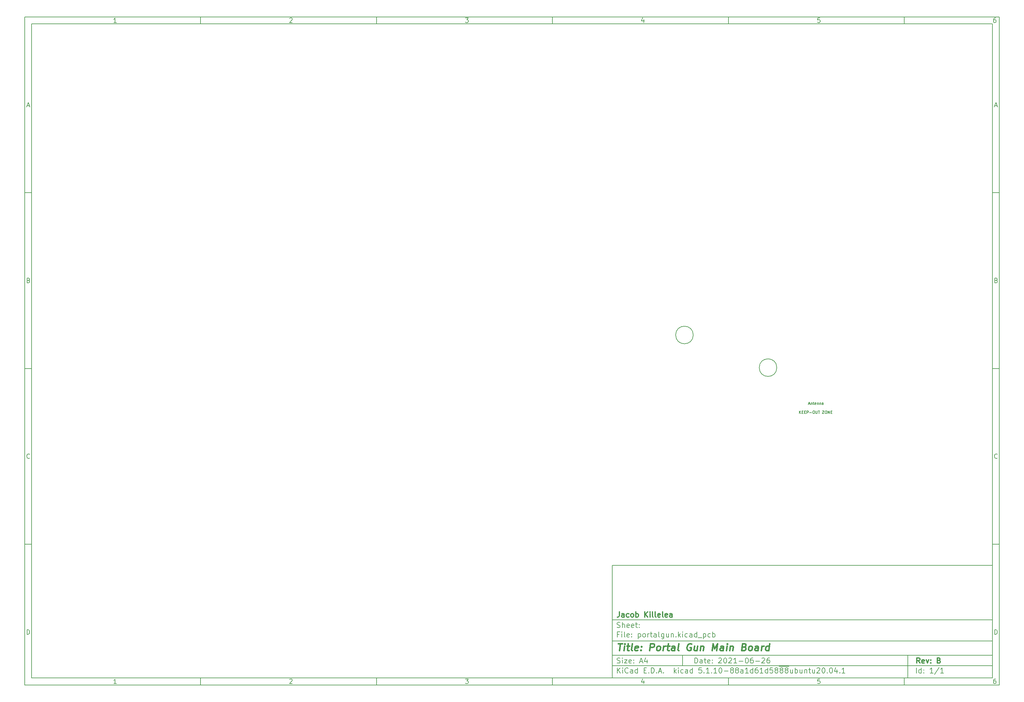
<source format=gbr>
%TF.GenerationSoftware,KiCad,Pcbnew,5.1.10-88a1d61d58~88~ubuntu20.04.1*%
%TF.CreationDate,2021-06-26T15:26:23-05:00*%
%TF.ProjectId,portalgun,706f7274-616c-4677-956e-2e6b69636164,B*%
%TF.SameCoordinates,Original*%
%TF.FileFunction,Other,Comment*%
%FSLAX46Y46*%
G04 Gerber Fmt 4.6, Leading zero omitted, Abs format (unit mm)*
G04 Created by KiCad (PCBNEW 5.1.10-88a1d61d58~88~ubuntu20.04.1) date 2021-06-26 15:26:23*
%MOMM*%
%LPD*%
G01*
G04 APERTURE LIST*
%ADD10C,0.100000*%
%ADD11C,0.150000*%
%ADD12C,0.300000*%
%ADD13C,0.400000*%
%ADD14C,0.127000*%
G04 APERTURE END LIST*
D10*
D11*
X177002200Y-166007200D02*
X177002200Y-198007200D01*
X285002200Y-198007200D01*
X285002200Y-166007200D01*
X177002200Y-166007200D01*
D10*
D11*
X10000000Y-10000000D02*
X10000000Y-200007200D01*
X287002200Y-200007200D01*
X287002200Y-10000000D01*
X10000000Y-10000000D01*
D10*
D11*
X12000000Y-12000000D02*
X12000000Y-198007200D01*
X285002200Y-198007200D01*
X285002200Y-12000000D01*
X12000000Y-12000000D01*
D10*
D11*
X60000000Y-12000000D02*
X60000000Y-10000000D01*
D10*
D11*
X110000000Y-12000000D02*
X110000000Y-10000000D01*
D10*
D11*
X160000000Y-12000000D02*
X160000000Y-10000000D01*
D10*
D11*
X210000000Y-12000000D02*
X210000000Y-10000000D01*
D10*
D11*
X260000000Y-12000000D02*
X260000000Y-10000000D01*
D10*
D11*
X36065476Y-11588095D02*
X35322619Y-11588095D01*
X35694047Y-11588095D02*
X35694047Y-10288095D01*
X35570238Y-10473809D01*
X35446428Y-10597619D01*
X35322619Y-10659523D01*
D10*
D11*
X85322619Y-10411904D02*
X85384523Y-10350000D01*
X85508333Y-10288095D01*
X85817857Y-10288095D01*
X85941666Y-10350000D01*
X86003571Y-10411904D01*
X86065476Y-10535714D01*
X86065476Y-10659523D01*
X86003571Y-10845238D01*
X85260714Y-11588095D01*
X86065476Y-11588095D01*
D10*
D11*
X135260714Y-10288095D02*
X136065476Y-10288095D01*
X135632142Y-10783333D01*
X135817857Y-10783333D01*
X135941666Y-10845238D01*
X136003571Y-10907142D01*
X136065476Y-11030952D01*
X136065476Y-11340476D01*
X136003571Y-11464285D01*
X135941666Y-11526190D01*
X135817857Y-11588095D01*
X135446428Y-11588095D01*
X135322619Y-11526190D01*
X135260714Y-11464285D01*
D10*
D11*
X185941666Y-10721428D02*
X185941666Y-11588095D01*
X185632142Y-10226190D02*
X185322619Y-11154761D01*
X186127380Y-11154761D01*
D10*
D11*
X236003571Y-10288095D02*
X235384523Y-10288095D01*
X235322619Y-10907142D01*
X235384523Y-10845238D01*
X235508333Y-10783333D01*
X235817857Y-10783333D01*
X235941666Y-10845238D01*
X236003571Y-10907142D01*
X236065476Y-11030952D01*
X236065476Y-11340476D01*
X236003571Y-11464285D01*
X235941666Y-11526190D01*
X235817857Y-11588095D01*
X235508333Y-11588095D01*
X235384523Y-11526190D01*
X235322619Y-11464285D01*
D10*
D11*
X285941666Y-10288095D02*
X285694047Y-10288095D01*
X285570238Y-10350000D01*
X285508333Y-10411904D01*
X285384523Y-10597619D01*
X285322619Y-10845238D01*
X285322619Y-11340476D01*
X285384523Y-11464285D01*
X285446428Y-11526190D01*
X285570238Y-11588095D01*
X285817857Y-11588095D01*
X285941666Y-11526190D01*
X286003571Y-11464285D01*
X286065476Y-11340476D01*
X286065476Y-11030952D01*
X286003571Y-10907142D01*
X285941666Y-10845238D01*
X285817857Y-10783333D01*
X285570238Y-10783333D01*
X285446428Y-10845238D01*
X285384523Y-10907142D01*
X285322619Y-11030952D01*
D10*
D11*
X60000000Y-198007200D02*
X60000000Y-200007200D01*
D10*
D11*
X110000000Y-198007200D02*
X110000000Y-200007200D01*
D10*
D11*
X160000000Y-198007200D02*
X160000000Y-200007200D01*
D10*
D11*
X210000000Y-198007200D02*
X210000000Y-200007200D01*
D10*
D11*
X260000000Y-198007200D02*
X260000000Y-200007200D01*
D10*
D11*
X36065476Y-199595295D02*
X35322619Y-199595295D01*
X35694047Y-199595295D02*
X35694047Y-198295295D01*
X35570238Y-198481009D01*
X35446428Y-198604819D01*
X35322619Y-198666723D01*
D10*
D11*
X85322619Y-198419104D02*
X85384523Y-198357200D01*
X85508333Y-198295295D01*
X85817857Y-198295295D01*
X85941666Y-198357200D01*
X86003571Y-198419104D01*
X86065476Y-198542914D01*
X86065476Y-198666723D01*
X86003571Y-198852438D01*
X85260714Y-199595295D01*
X86065476Y-199595295D01*
D10*
D11*
X135260714Y-198295295D02*
X136065476Y-198295295D01*
X135632142Y-198790533D01*
X135817857Y-198790533D01*
X135941666Y-198852438D01*
X136003571Y-198914342D01*
X136065476Y-199038152D01*
X136065476Y-199347676D01*
X136003571Y-199471485D01*
X135941666Y-199533390D01*
X135817857Y-199595295D01*
X135446428Y-199595295D01*
X135322619Y-199533390D01*
X135260714Y-199471485D01*
D10*
D11*
X185941666Y-198728628D02*
X185941666Y-199595295D01*
X185632142Y-198233390D02*
X185322619Y-199161961D01*
X186127380Y-199161961D01*
D10*
D11*
X236003571Y-198295295D02*
X235384523Y-198295295D01*
X235322619Y-198914342D01*
X235384523Y-198852438D01*
X235508333Y-198790533D01*
X235817857Y-198790533D01*
X235941666Y-198852438D01*
X236003571Y-198914342D01*
X236065476Y-199038152D01*
X236065476Y-199347676D01*
X236003571Y-199471485D01*
X235941666Y-199533390D01*
X235817857Y-199595295D01*
X235508333Y-199595295D01*
X235384523Y-199533390D01*
X235322619Y-199471485D01*
D10*
D11*
X285941666Y-198295295D02*
X285694047Y-198295295D01*
X285570238Y-198357200D01*
X285508333Y-198419104D01*
X285384523Y-198604819D01*
X285322619Y-198852438D01*
X285322619Y-199347676D01*
X285384523Y-199471485D01*
X285446428Y-199533390D01*
X285570238Y-199595295D01*
X285817857Y-199595295D01*
X285941666Y-199533390D01*
X286003571Y-199471485D01*
X286065476Y-199347676D01*
X286065476Y-199038152D01*
X286003571Y-198914342D01*
X285941666Y-198852438D01*
X285817857Y-198790533D01*
X285570238Y-198790533D01*
X285446428Y-198852438D01*
X285384523Y-198914342D01*
X285322619Y-199038152D01*
D10*
D11*
X10000000Y-60000000D02*
X12000000Y-60000000D01*
D10*
D11*
X10000000Y-110000000D02*
X12000000Y-110000000D01*
D10*
D11*
X10000000Y-160000000D02*
X12000000Y-160000000D01*
D10*
D11*
X10690476Y-35216666D02*
X11309523Y-35216666D01*
X10566666Y-35588095D02*
X11000000Y-34288095D01*
X11433333Y-35588095D01*
D10*
D11*
X11092857Y-84907142D02*
X11278571Y-84969047D01*
X11340476Y-85030952D01*
X11402380Y-85154761D01*
X11402380Y-85340476D01*
X11340476Y-85464285D01*
X11278571Y-85526190D01*
X11154761Y-85588095D01*
X10659523Y-85588095D01*
X10659523Y-84288095D01*
X11092857Y-84288095D01*
X11216666Y-84350000D01*
X11278571Y-84411904D01*
X11340476Y-84535714D01*
X11340476Y-84659523D01*
X11278571Y-84783333D01*
X11216666Y-84845238D01*
X11092857Y-84907142D01*
X10659523Y-84907142D01*
D10*
D11*
X11402380Y-135464285D02*
X11340476Y-135526190D01*
X11154761Y-135588095D01*
X11030952Y-135588095D01*
X10845238Y-135526190D01*
X10721428Y-135402380D01*
X10659523Y-135278571D01*
X10597619Y-135030952D01*
X10597619Y-134845238D01*
X10659523Y-134597619D01*
X10721428Y-134473809D01*
X10845238Y-134350000D01*
X11030952Y-134288095D01*
X11154761Y-134288095D01*
X11340476Y-134350000D01*
X11402380Y-134411904D01*
D10*
D11*
X10659523Y-185588095D02*
X10659523Y-184288095D01*
X10969047Y-184288095D01*
X11154761Y-184350000D01*
X11278571Y-184473809D01*
X11340476Y-184597619D01*
X11402380Y-184845238D01*
X11402380Y-185030952D01*
X11340476Y-185278571D01*
X11278571Y-185402380D01*
X11154761Y-185526190D01*
X10969047Y-185588095D01*
X10659523Y-185588095D01*
D10*
D11*
X287002200Y-60000000D02*
X285002200Y-60000000D01*
D10*
D11*
X287002200Y-110000000D02*
X285002200Y-110000000D01*
D10*
D11*
X287002200Y-160000000D02*
X285002200Y-160000000D01*
D10*
D11*
X285692676Y-35216666D02*
X286311723Y-35216666D01*
X285568866Y-35588095D02*
X286002200Y-34288095D01*
X286435533Y-35588095D01*
D10*
D11*
X286095057Y-84907142D02*
X286280771Y-84969047D01*
X286342676Y-85030952D01*
X286404580Y-85154761D01*
X286404580Y-85340476D01*
X286342676Y-85464285D01*
X286280771Y-85526190D01*
X286156961Y-85588095D01*
X285661723Y-85588095D01*
X285661723Y-84288095D01*
X286095057Y-84288095D01*
X286218866Y-84350000D01*
X286280771Y-84411904D01*
X286342676Y-84535714D01*
X286342676Y-84659523D01*
X286280771Y-84783333D01*
X286218866Y-84845238D01*
X286095057Y-84907142D01*
X285661723Y-84907142D01*
D10*
D11*
X286404580Y-135464285D02*
X286342676Y-135526190D01*
X286156961Y-135588095D01*
X286033152Y-135588095D01*
X285847438Y-135526190D01*
X285723628Y-135402380D01*
X285661723Y-135278571D01*
X285599819Y-135030952D01*
X285599819Y-134845238D01*
X285661723Y-134597619D01*
X285723628Y-134473809D01*
X285847438Y-134350000D01*
X286033152Y-134288095D01*
X286156961Y-134288095D01*
X286342676Y-134350000D01*
X286404580Y-134411904D01*
D10*
D11*
X285661723Y-185588095D02*
X285661723Y-184288095D01*
X285971247Y-184288095D01*
X286156961Y-184350000D01*
X286280771Y-184473809D01*
X286342676Y-184597619D01*
X286404580Y-184845238D01*
X286404580Y-185030952D01*
X286342676Y-185278571D01*
X286280771Y-185402380D01*
X286156961Y-185526190D01*
X285971247Y-185588095D01*
X285661723Y-185588095D01*
D10*
D11*
X200434342Y-193785771D02*
X200434342Y-192285771D01*
X200791485Y-192285771D01*
X201005771Y-192357200D01*
X201148628Y-192500057D01*
X201220057Y-192642914D01*
X201291485Y-192928628D01*
X201291485Y-193142914D01*
X201220057Y-193428628D01*
X201148628Y-193571485D01*
X201005771Y-193714342D01*
X200791485Y-193785771D01*
X200434342Y-193785771D01*
X202577200Y-193785771D02*
X202577200Y-193000057D01*
X202505771Y-192857200D01*
X202362914Y-192785771D01*
X202077200Y-192785771D01*
X201934342Y-192857200D01*
X202577200Y-193714342D02*
X202434342Y-193785771D01*
X202077200Y-193785771D01*
X201934342Y-193714342D01*
X201862914Y-193571485D01*
X201862914Y-193428628D01*
X201934342Y-193285771D01*
X202077200Y-193214342D01*
X202434342Y-193214342D01*
X202577200Y-193142914D01*
X203077200Y-192785771D02*
X203648628Y-192785771D01*
X203291485Y-192285771D02*
X203291485Y-193571485D01*
X203362914Y-193714342D01*
X203505771Y-193785771D01*
X203648628Y-193785771D01*
X204720057Y-193714342D02*
X204577200Y-193785771D01*
X204291485Y-193785771D01*
X204148628Y-193714342D01*
X204077200Y-193571485D01*
X204077200Y-193000057D01*
X204148628Y-192857200D01*
X204291485Y-192785771D01*
X204577200Y-192785771D01*
X204720057Y-192857200D01*
X204791485Y-193000057D01*
X204791485Y-193142914D01*
X204077200Y-193285771D01*
X205434342Y-193642914D02*
X205505771Y-193714342D01*
X205434342Y-193785771D01*
X205362914Y-193714342D01*
X205434342Y-193642914D01*
X205434342Y-193785771D01*
X205434342Y-192857200D02*
X205505771Y-192928628D01*
X205434342Y-193000057D01*
X205362914Y-192928628D01*
X205434342Y-192857200D01*
X205434342Y-193000057D01*
X207220057Y-192428628D02*
X207291485Y-192357200D01*
X207434342Y-192285771D01*
X207791485Y-192285771D01*
X207934342Y-192357200D01*
X208005771Y-192428628D01*
X208077200Y-192571485D01*
X208077200Y-192714342D01*
X208005771Y-192928628D01*
X207148628Y-193785771D01*
X208077200Y-193785771D01*
X209005771Y-192285771D02*
X209148628Y-192285771D01*
X209291485Y-192357200D01*
X209362914Y-192428628D01*
X209434342Y-192571485D01*
X209505771Y-192857200D01*
X209505771Y-193214342D01*
X209434342Y-193500057D01*
X209362914Y-193642914D01*
X209291485Y-193714342D01*
X209148628Y-193785771D01*
X209005771Y-193785771D01*
X208862914Y-193714342D01*
X208791485Y-193642914D01*
X208720057Y-193500057D01*
X208648628Y-193214342D01*
X208648628Y-192857200D01*
X208720057Y-192571485D01*
X208791485Y-192428628D01*
X208862914Y-192357200D01*
X209005771Y-192285771D01*
X210077200Y-192428628D02*
X210148628Y-192357200D01*
X210291485Y-192285771D01*
X210648628Y-192285771D01*
X210791485Y-192357200D01*
X210862914Y-192428628D01*
X210934342Y-192571485D01*
X210934342Y-192714342D01*
X210862914Y-192928628D01*
X210005771Y-193785771D01*
X210934342Y-193785771D01*
X212362914Y-193785771D02*
X211505771Y-193785771D01*
X211934342Y-193785771D02*
X211934342Y-192285771D01*
X211791485Y-192500057D01*
X211648628Y-192642914D01*
X211505771Y-192714342D01*
X213005771Y-193214342D02*
X214148628Y-193214342D01*
X215148628Y-192285771D02*
X215291485Y-192285771D01*
X215434342Y-192357200D01*
X215505771Y-192428628D01*
X215577200Y-192571485D01*
X215648628Y-192857200D01*
X215648628Y-193214342D01*
X215577200Y-193500057D01*
X215505771Y-193642914D01*
X215434342Y-193714342D01*
X215291485Y-193785771D01*
X215148628Y-193785771D01*
X215005771Y-193714342D01*
X214934342Y-193642914D01*
X214862914Y-193500057D01*
X214791485Y-193214342D01*
X214791485Y-192857200D01*
X214862914Y-192571485D01*
X214934342Y-192428628D01*
X215005771Y-192357200D01*
X215148628Y-192285771D01*
X216934342Y-192285771D02*
X216648628Y-192285771D01*
X216505771Y-192357200D01*
X216434342Y-192428628D01*
X216291485Y-192642914D01*
X216220057Y-192928628D01*
X216220057Y-193500057D01*
X216291485Y-193642914D01*
X216362914Y-193714342D01*
X216505771Y-193785771D01*
X216791485Y-193785771D01*
X216934342Y-193714342D01*
X217005771Y-193642914D01*
X217077200Y-193500057D01*
X217077200Y-193142914D01*
X217005771Y-193000057D01*
X216934342Y-192928628D01*
X216791485Y-192857200D01*
X216505771Y-192857200D01*
X216362914Y-192928628D01*
X216291485Y-193000057D01*
X216220057Y-193142914D01*
X217720057Y-193214342D02*
X218862914Y-193214342D01*
X219505771Y-192428628D02*
X219577200Y-192357200D01*
X219720057Y-192285771D01*
X220077200Y-192285771D01*
X220220057Y-192357200D01*
X220291485Y-192428628D01*
X220362914Y-192571485D01*
X220362914Y-192714342D01*
X220291485Y-192928628D01*
X219434342Y-193785771D01*
X220362914Y-193785771D01*
X221648628Y-192285771D02*
X221362914Y-192285771D01*
X221220057Y-192357200D01*
X221148628Y-192428628D01*
X221005771Y-192642914D01*
X220934342Y-192928628D01*
X220934342Y-193500057D01*
X221005771Y-193642914D01*
X221077200Y-193714342D01*
X221220057Y-193785771D01*
X221505771Y-193785771D01*
X221648628Y-193714342D01*
X221720057Y-193642914D01*
X221791485Y-193500057D01*
X221791485Y-193142914D01*
X221720057Y-193000057D01*
X221648628Y-192928628D01*
X221505771Y-192857200D01*
X221220057Y-192857200D01*
X221077200Y-192928628D01*
X221005771Y-193000057D01*
X220934342Y-193142914D01*
D10*
D11*
X177002200Y-194507200D02*
X285002200Y-194507200D01*
D10*
D11*
X178434342Y-196585771D02*
X178434342Y-195085771D01*
X179291485Y-196585771D02*
X178648628Y-195728628D01*
X179291485Y-195085771D02*
X178434342Y-195942914D01*
X179934342Y-196585771D02*
X179934342Y-195585771D01*
X179934342Y-195085771D02*
X179862914Y-195157200D01*
X179934342Y-195228628D01*
X180005771Y-195157200D01*
X179934342Y-195085771D01*
X179934342Y-195228628D01*
X181505771Y-196442914D02*
X181434342Y-196514342D01*
X181220057Y-196585771D01*
X181077200Y-196585771D01*
X180862914Y-196514342D01*
X180720057Y-196371485D01*
X180648628Y-196228628D01*
X180577200Y-195942914D01*
X180577200Y-195728628D01*
X180648628Y-195442914D01*
X180720057Y-195300057D01*
X180862914Y-195157200D01*
X181077200Y-195085771D01*
X181220057Y-195085771D01*
X181434342Y-195157200D01*
X181505771Y-195228628D01*
X182791485Y-196585771D02*
X182791485Y-195800057D01*
X182720057Y-195657200D01*
X182577200Y-195585771D01*
X182291485Y-195585771D01*
X182148628Y-195657200D01*
X182791485Y-196514342D02*
X182648628Y-196585771D01*
X182291485Y-196585771D01*
X182148628Y-196514342D01*
X182077200Y-196371485D01*
X182077200Y-196228628D01*
X182148628Y-196085771D01*
X182291485Y-196014342D01*
X182648628Y-196014342D01*
X182791485Y-195942914D01*
X184148628Y-196585771D02*
X184148628Y-195085771D01*
X184148628Y-196514342D02*
X184005771Y-196585771D01*
X183720057Y-196585771D01*
X183577200Y-196514342D01*
X183505771Y-196442914D01*
X183434342Y-196300057D01*
X183434342Y-195871485D01*
X183505771Y-195728628D01*
X183577200Y-195657200D01*
X183720057Y-195585771D01*
X184005771Y-195585771D01*
X184148628Y-195657200D01*
X186005771Y-195800057D02*
X186505771Y-195800057D01*
X186720057Y-196585771D02*
X186005771Y-196585771D01*
X186005771Y-195085771D01*
X186720057Y-195085771D01*
X187362914Y-196442914D02*
X187434342Y-196514342D01*
X187362914Y-196585771D01*
X187291485Y-196514342D01*
X187362914Y-196442914D01*
X187362914Y-196585771D01*
X188077200Y-196585771D02*
X188077200Y-195085771D01*
X188434342Y-195085771D01*
X188648628Y-195157200D01*
X188791485Y-195300057D01*
X188862914Y-195442914D01*
X188934342Y-195728628D01*
X188934342Y-195942914D01*
X188862914Y-196228628D01*
X188791485Y-196371485D01*
X188648628Y-196514342D01*
X188434342Y-196585771D01*
X188077200Y-196585771D01*
X189577200Y-196442914D02*
X189648628Y-196514342D01*
X189577200Y-196585771D01*
X189505771Y-196514342D01*
X189577200Y-196442914D01*
X189577200Y-196585771D01*
X190220057Y-196157200D02*
X190934342Y-196157200D01*
X190077200Y-196585771D02*
X190577200Y-195085771D01*
X191077200Y-196585771D01*
X191577200Y-196442914D02*
X191648628Y-196514342D01*
X191577200Y-196585771D01*
X191505771Y-196514342D01*
X191577200Y-196442914D01*
X191577200Y-196585771D01*
X194577200Y-196585771D02*
X194577200Y-195085771D01*
X194720057Y-196014342D02*
X195148628Y-196585771D01*
X195148628Y-195585771D02*
X194577200Y-196157200D01*
X195791485Y-196585771D02*
X195791485Y-195585771D01*
X195791485Y-195085771D02*
X195720057Y-195157200D01*
X195791485Y-195228628D01*
X195862914Y-195157200D01*
X195791485Y-195085771D01*
X195791485Y-195228628D01*
X197148628Y-196514342D02*
X197005771Y-196585771D01*
X196720057Y-196585771D01*
X196577200Y-196514342D01*
X196505771Y-196442914D01*
X196434342Y-196300057D01*
X196434342Y-195871485D01*
X196505771Y-195728628D01*
X196577200Y-195657200D01*
X196720057Y-195585771D01*
X197005771Y-195585771D01*
X197148628Y-195657200D01*
X198434342Y-196585771D02*
X198434342Y-195800057D01*
X198362914Y-195657200D01*
X198220057Y-195585771D01*
X197934342Y-195585771D01*
X197791485Y-195657200D01*
X198434342Y-196514342D02*
X198291485Y-196585771D01*
X197934342Y-196585771D01*
X197791485Y-196514342D01*
X197720057Y-196371485D01*
X197720057Y-196228628D01*
X197791485Y-196085771D01*
X197934342Y-196014342D01*
X198291485Y-196014342D01*
X198434342Y-195942914D01*
X199791485Y-196585771D02*
X199791485Y-195085771D01*
X199791485Y-196514342D02*
X199648628Y-196585771D01*
X199362914Y-196585771D01*
X199220057Y-196514342D01*
X199148628Y-196442914D01*
X199077200Y-196300057D01*
X199077200Y-195871485D01*
X199148628Y-195728628D01*
X199220057Y-195657200D01*
X199362914Y-195585771D01*
X199648628Y-195585771D01*
X199791485Y-195657200D01*
X202362914Y-195085771D02*
X201648628Y-195085771D01*
X201577200Y-195800057D01*
X201648628Y-195728628D01*
X201791485Y-195657200D01*
X202148628Y-195657200D01*
X202291485Y-195728628D01*
X202362914Y-195800057D01*
X202434342Y-195942914D01*
X202434342Y-196300057D01*
X202362914Y-196442914D01*
X202291485Y-196514342D01*
X202148628Y-196585771D01*
X201791485Y-196585771D01*
X201648628Y-196514342D01*
X201577200Y-196442914D01*
X203077200Y-196442914D02*
X203148628Y-196514342D01*
X203077200Y-196585771D01*
X203005771Y-196514342D01*
X203077200Y-196442914D01*
X203077200Y-196585771D01*
X204577200Y-196585771D02*
X203720057Y-196585771D01*
X204148628Y-196585771D02*
X204148628Y-195085771D01*
X204005771Y-195300057D01*
X203862914Y-195442914D01*
X203720057Y-195514342D01*
X205220057Y-196442914D02*
X205291485Y-196514342D01*
X205220057Y-196585771D01*
X205148628Y-196514342D01*
X205220057Y-196442914D01*
X205220057Y-196585771D01*
X206720057Y-196585771D02*
X205862914Y-196585771D01*
X206291485Y-196585771D02*
X206291485Y-195085771D01*
X206148628Y-195300057D01*
X206005771Y-195442914D01*
X205862914Y-195514342D01*
X207648628Y-195085771D02*
X207791485Y-195085771D01*
X207934342Y-195157200D01*
X208005771Y-195228628D01*
X208077200Y-195371485D01*
X208148628Y-195657200D01*
X208148628Y-196014342D01*
X208077200Y-196300057D01*
X208005771Y-196442914D01*
X207934342Y-196514342D01*
X207791485Y-196585771D01*
X207648628Y-196585771D01*
X207505771Y-196514342D01*
X207434342Y-196442914D01*
X207362914Y-196300057D01*
X207291485Y-196014342D01*
X207291485Y-195657200D01*
X207362914Y-195371485D01*
X207434342Y-195228628D01*
X207505771Y-195157200D01*
X207648628Y-195085771D01*
X208791485Y-196014342D02*
X209934342Y-196014342D01*
X210862914Y-195728628D02*
X210720057Y-195657200D01*
X210648628Y-195585771D01*
X210577200Y-195442914D01*
X210577200Y-195371485D01*
X210648628Y-195228628D01*
X210720057Y-195157200D01*
X210862914Y-195085771D01*
X211148628Y-195085771D01*
X211291485Y-195157200D01*
X211362914Y-195228628D01*
X211434342Y-195371485D01*
X211434342Y-195442914D01*
X211362914Y-195585771D01*
X211291485Y-195657200D01*
X211148628Y-195728628D01*
X210862914Y-195728628D01*
X210720057Y-195800057D01*
X210648628Y-195871485D01*
X210577200Y-196014342D01*
X210577200Y-196300057D01*
X210648628Y-196442914D01*
X210720057Y-196514342D01*
X210862914Y-196585771D01*
X211148628Y-196585771D01*
X211291485Y-196514342D01*
X211362914Y-196442914D01*
X211434342Y-196300057D01*
X211434342Y-196014342D01*
X211362914Y-195871485D01*
X211291485Y-195800057D01*
X211148628Y-195728628D01*
X212291485Y-195728628D02*
X212148628Y-195657200D01*
X212077200Y-195585771D01*
X212005771Y-195442914D01*
X212005771Y-195371485D01*
X212077200Y-195228628D01*
X212148628Y-195157200D01*
X212291485Y-195085771D01*
X212577200Y-195085771D01*
X212720057Y-195157200D01*
X212791485Y-195228628D01*
X212862914Y-195371485D01*
X212862914Y-195442914D01*
X212791485Y-195585771D01*
X212720057Y-195657200D01*
X212577200Y-195728628D01*
X212291485Y-195728628D01*
X212148628Y-195800057D01*
X212077200Y-195871485D01*
X212005771Y-196014342D01*
X212005771Y-196300057D01*
X212077200Y-196442914D01*
X212148628Y-196514342D01*
X212291485Y-196585771D01*
X212577200Y-196585771D01*
X212720057Y-196514342D01*
X212791485Y-196442914D01*
X212862914Y-196300057D01*
X212862914Y-196014342D01*
X212791485Y-195871485D01*
X212720057Y-195800057D01*
X212577200Y-195728628D01*
X214148628Y-196585771D02*
X214148628Y-195800057D01*
X214077200Y-195657200D01*
X213934342Y-195585771D01*
X213648628Y-195585771D01*
X213505771Y-195657200D01*
X214148628Y-196514342D02*
X214005771Y-196585771D01*
X213648628Y-196585771D01*
X213505771Y-196514342D01*
X213434342Y-196371485D01*
X213434342Y-196228628D01*
X213505771Y-196085771D01*
X213648628Y-196014342D01*
X214005771Y-196014342D01*
X214148628Y-195942914D01*
X215648628Y-196585771D02*
X214791485Y-196585771D01*
X215220057Y-196585771D02*
X215220057Y-195085771D01*
X215077200Y-195300057D01*
X214934342Y-195442914D01*
X214791485Y-195514342D01*
X216934342Y-196585771D02*
X216934342Y-195085771D01*
X216934342Y-196514342D02*
X216791485Y-196585771D01*
X216505771Y-196585771D01*
X216362914Y-196514342D01*
X216291485Y-196442914D01*
X216220057Y-196300057D01*
X216220057Y-195871485D01*
X216291485Y-195728628D01*
X216362914Y-195657200D01*
X216505771Y-195585771D01*
X216791485Y-195585771D01*
X216934342Y-195657200D01*
X218291485Y-195085771D02*
X218005771Y-195085771D01*
X217862914Y-195157200D01*
X217791485Y-195228628D01*
X217648628Y-195442914D01*
X217577200Y-195728628D01*
X217577200Y-196300057D01*
X217648628Y-196442914D01*
X217720057Y-196514342D01*
X217862914Y-196585771D01*
X218148628Y-196585771D01*
X218291485Y-196514342D01*
X218362914Y-196442914D01*
X218434342Y-196300057D01*
X218434342Y-195942914D01*
X218362914Y-195800057D01*
X218291485Y-195728628D01*
X218148628Y-195657200D01*
X217862914Y-195657200D01*
X217720057Y-195728628D01*
X217648628Y-195800057D01*
X217577200Y-195942914D01*
X219862914Y-196585771D02*
X219005771Y-196585771D01*
X219434342Y-196585771D02*
X219434342Y-195085771D01*
X219291485Y-195300057D01*
X219148628Y-195442914D01*
X219005771Y-195514342D01*
X221148628Y-196585771D02*
X221148628Y-195085771D01*
X221148628Y-196514342D02*
X221005771Y-196585771D01*
X220720057Y-196585771D01*
X220577200Y-196514342D01*
X220505771Y-196442914D01*
X220434342Y-196300057D01*
X220434342Y-195871485D01*
X220505771Y-195728628D01*
X220577200Y-195657200D01*
X220720057Y-195585771D01*
X221005771Y-195585771D01*
X221148628Y-195657200D01*
X222577200Y-195085771D02*
X221862914Y-195085771D01*
X221791485Y-195800057D01*
X221862914Y-195728628D01*
X222005771Y-195657200D01*
X222362914Y-195657200D01*
X222505771Y-195728628D01*
X222577200Y-195800057D01*
X222648628Y-195942914D01*
X222648628Y-196300057D01*
X222577200Y-196442914D01*
X222505771Y-196514342D01*
X222362914Y-196585771D01*
X222005771Y-196585771D01*
X221862914Y-196514342D01*
X221791485Y-196442914D01*
X223505771Y-195728628D02*
X223362914Y-195657200D01*
X223291485Y-195585771D01*
X223220057Y-195442914D01*
X223220057Y-195371485D01*
X223291485Y-195228628D01*
X223362914Y-195157200D01*
X223505771Y-195085771D01*
X223791485Y-195085771D01*
X223934342Y-195157200D01*
X224005771Y-195228628D01*
X224077200Y-195371485D01*
X224077200Y-195442914D01*
X224005771Y-195585771D01*
X223934342Y-195657200D01*
X223791485Y-195728628D01*
X223505771Y-195728628D01*
X223362914Y-195800057D01*
X223291485Y-195871485D01*
X223220057Y-196014342D01*
X223220057Y-196300057D01*
X223291485Y-196442914D01*
X223362914Y-196514342D01*
X223505771Y-196585771D01*
X223791485Y-196585771D01*
X223934342Y-196514342D01*
X224005771Y-196442914D01*
X224077200Y-196300057D01*
X224077200Y-196014342D01*
X224005771Y-195871485D01*
X223934342Y-195800057D01*
X223791485Y-195728628D01*
X224362914Y-194677200D02*
X225791485Y-194677200D01*
X224934342Y-195728628D02*
X224791485Y-195657200D01*
X224720057Y-195585771D01*
X224648628Y-195442914D01*
X224648628Y-195371485D01*
X224720057Y-195228628D01*
X224791485Y-195157200D01*
X224934342Y-195085771D01*
X225220057Y-195085771D01*
X225362914Y-195157200D01*
X225434342Y-195228628D01*
X225505771Y-195371485D01*
X225505771Y-195442914D01*
X225434342Y-195585771D01*
X225362914Y-195657200D01*
X225220057Y-195728628D01*
X224934342Y-195728628D01*
X224791485Y-195800057D01*
X224720057Y-195871485D01*
X224648628Y-196014342D01*
X224648628Y-196300057D01*
X224720057Y-196442914D01*
X224791485Y-196514342D01*
X224934342Y-196585771D01*
X225220057Y-196585771D01*
X225362914Y-196514342D01*
X225434342Y-196442914D01*
X225505771Y-196300057D01*
X225505771Y-196014342D01*
X225434342Y-195871485D01*
X225362914Y-195800057D01*
X225220057Y-195728628D01*
X225791485Y-194677200D02*
X227220057Y-194677200D01*
X226362914Y-195728628D02*
X226220057Y-195657200D01*
X226148628Y-195585771D01*
X226077199Y-195442914D01*
X226077199Y-195371485D01*
X226148628Y-195228628D01*
X226220057Y-195157200D01*
X226362914Y-195085771D01*
X226648628Y-195085771D01*
X226791485Y-195157200D01*
X226862914Y-195228628D01*
X226934342Y-195371485D01*
X226934342Y-195442914D01*
X226862914Y-195585771D01*
X226791485Y-195657200D01*
X226648628Y-195728628D01*
X226362914Y-195728628D01*
X226220057Y-195800057D01*
X226148628Y-195871485D01*
X226077199Y-196014342D01*
X226077199Y-196300057D01*
X226148628Y-196442914D01*
X226220057Y-196514342D01*
X226362914Y-196585771D01*
X226648628Y-196585771D01*
X226791485Y-196514342D01*
X226862914Y-196442914D01*
X226934342Y-196300057D01*
X226934342Y-196014342D01*
X226862914Y-195871485D01*
X226791485Y-195800057D01*
X226648628Y-195728628D01*
X228220057Y-195585771D02*
X228220057Y-196585771D01*
X227577199Y-195585771D02*
X227577199Y-196371485D01*
X227648628Y-196514342D01*
X227791485Y-196585771D01*
X228005771Y-196585771D01*
X228148628Y-196514342D01*
X228220057Y-196442914D01*
X228934342Y-196585771D02*
X228934342Y-195085771D01*
X228934342Y-195657200D02*
X229077199Y-195585771D01*
X229362914Y-195585771D01*
X229505771Y-195657200D01*
X229577199Y-195728628D01*
X229648628Y-195871485D01*
X229648628Y-196300057D01*
X229577199Y-196442914D01*
X229505771Y-196514342D01*
X229362914Y-196585771D01*
X229077199Y-196585771D01*
X228934342Y-196514342D01*
X230934342Y-195585771D02*
X230934342Y-196585771D01*
X230291485Y-195585771D02*
X230291485Y-196371485D01*
X230362914Y-196514342D01*
X230505771Y-196585771D01*
X230720057Y-196585771D01*
X230862914Y-196514342D01*
X230934342Y-196442914D01*
X231648628Y-195585771D02*
X231648628Y-196585771D01*
X231648628Y-195728628D02*
X231720057Y-195657200D01*
X231862914Y-195585771D01*
X232077199Y-195585771D01*
X232220057Y-195657200D01*
X232291485Y-195800057D01*
X232291485Y-196585771D01*
X232791485Y-195585771D02*
X233362914Y-195585771D01*
X233005771Y-195085771D02*
X233005771Y-196371485D01*
X233077199Y-196514342D01*
X233220057Y-196585771D01*
X233362914Y-196585771D01*
X234505771Y-195585771D02*
X234505771Y-196585771D01*
X233862914Y-195585771D02*
X233862914Y-196371485D01*
X233934342Y-196514342D01*
X234077200Y-196585771D01*
X234291485Y-196585771D01*
X234434342Y-196514342D01*
X234505771Y-196442914D01*
X235148628Y-195228628D02*
X235220057Y-195157200D01*
X235362914Y-195085771D01*
X235720057Y-195085771D01*
X235862914Y-195157200D01*
X235934342Y-195228628D01*
X236005771Y-195371485D01*
X236005771Y-195514342D01*
X235934342Y-195728628D01*
X235077200Y-196585771D01*
X236005771Y-196585771D01*
X236934342Y-195085771D02*
X237077199Y-195085771D01*
X237220057Y-195157200D01*
X237291485Y-195228628D01*
X237362914Y-195371485D01*
X237434342Y-195657200D01*
X237434342Y-196014342D01*
X237362914Y-196300057D01*
X237291485Y-196442914D01*
X237220057Y-196514342D01*
X237077199Y-196585771D01*
X236934342Y-196585771D01*
X236791485Y-196514342D01*
X236720057Y-196442914D01*
X236648628Y-196300057D01*
X236577199Y-196014342D01*
X236577199Y-195657200D01*
X236648628Y-195371485D01*
X236720057Y-195228628D01*
X236791485Y-195157200D01*
X236934342Y-195085771D01*
X238077199Y-196442914D02*
X238148628Y-196514342D01*
X238077199Y-196585771D01*
X238005771Y-196514342D01*
X238077199Y-196442914D01*
X238077199Y-196585771D01*
X239077199Y-195085771D02*
X239220057Y-195085771D01*
X239362914Y-195157200D01*
X239434342Y-195228628D01*
X239505771Y-195371485D01*
X239577199Y-195657200D01*
X239577199Y-196014342D01*
X239505771Y-196300057D01*
X239434342Y-196442914D01*
X239362914Y-196514342D01*
X239220057Y-196585771D01*
X239077199Y-196585771D01*
X238934342Y-196514342D01*
X238862914Y-196442914D01*
X238791485Y-196300057D01*
X238720057Y-196014342D01*
X238720057Y-195657200D01*
X238791485Y-195371485D01*
X238862914Y-195228628D01*
X238934342Y-195157200D01*
X239077199Y-195085771D01*
X240862914Y-195585771D02*
X240862914Y-196585771D01*
X240505771Y-195014342D02*
X240148628Y-196085771D01*
X241077199Y-196085771D01*
X241648628Y-196442914D02*
X241720057Y-196514342D01*
X241648628Y-196585771D01*
X241577199Y-196514342D01*
X241648628Y-196442914D01*
X241648628Y-196585771D01*
X243148628Y-196585771D02*
X242291485Y-196585771D01*
X242720057Y-196585771D02*
X242720057Y-195085771D01*
X242577199Y-195300057D01*
X242434342Y-195442914D01*
X242291485Y-195514342D01*
D10*
D11*
X177002200Y-191507200D02*
X285002200Y-191507200D01*
D10*
D12*
X264411485Y-193785771D02*
X263911485Y-193071485D01*
X263554342Y-193785771D02*
X263554342Y-192285771D01*
X264125771Y-192285771D01*
X264268628Y-192357200D01*
X264340057Y-192428628D01*
X264411485Y-192571485D01*
X264411485Y-192785771D01*
X264340057Y-192928628D01*
X264268628Y-193000057D01*
X264125771Y-193071485D01*
X263554342Y-193071485D01*
X265625771Y-193714342D02*
X265482914Y-193785771D01*
X265197200Y-193785771D01*
X265054342Y-193714342D01*
X264982914Y-193571485D01*
X264982914Y-193000057D01*
X265054342Y-192857200D01*
X265197200Y-192785771D01*
X265482914Y-192785771D01*
X265625771Y-192857200D01*
X265697200Y-193000057D01*
X265697200Y-193142914D01*
X264982914Y-193285771D01*
X266197200Y-192785771D02*
X266554342Y-193785771D01*
X266911485Y-192785771D01*
X267482914Y-193642914D02*
X267554342Y-193714342D01*
X267482914Y-193785771D01*
X267411485Y-193714342D01*
X267482914Y-193642914D01*
X267482914Y-193785771D01*
X267482914Y-192857200D02*
X267554342Y-192928628D01*
X267482914Y-193000057D01*
X267411485Y-192928628D01*
X267482914Y-192857200D01*
X267482914Y-193000057D01*
X269840057Y-193000057D02*
X270054342Y-193071485D01*
X270125771Y-193142914D01*
X270197200Y-193285771D01*
X270197200Y-193500057D01*
X270125771Y-193642914D01*
X270054342Y-193714342D01*
X269911485Y-193785771D01*
X269340057Y-193785771D01*
X269340057Y-192285771D01*
X269840057Y-192285771D01*
X269982914Y-192357200D01*
X270054342Y-192428628D01*
X270125771Y-192571485D01*
X270125771Y-192714342D01*
X270054342Y-192857200D01*
X269982914Y-192928628D01*
X269840057Y-193000057D01*
X269340057Y-193000057D01*
D10*
D11*
X178362914Y-193714342D02*
X178577200Y-193785771D01*
X178934342Y-193785771D01*
X179077200Y-193714342D01*
X179148628Y-193642914D01*
X179220057Y-193500057D01*
X179220057Y-193357200D01*
X179148628Y-193214342D01*
X179077200Y-193142914D01*
X178934342Y-193071485D01*
X178648628Y-193000057D01*
X178505771Y-192928628D01*
X178434342Y-192857200D01*
X178362914Y-192714342D01*
X178362914Y-192571485D01*
X178434342Y-192428628D01*
X178505771Y-192357200D01*
X178648628Y-192285771D01*
X179005771Y-192285771D01*
X179220057Y-192357200D01*
X179862914Y-193785771D02*
X179862914Y-192785771D01*
X179862914Y-192285771D02*
X179791485Y-192357200D01*
X179862914Y-192428628D01*
X179934342Y-192357200D01*
X179862914Y-192285771D01*
X179862914Y-192428628D01*
X180434342Y-192785771D02*
X181220057Y-192785771D01*
X180434342Y-193785771D01*
X181220057Y-193785771D01*
X182362914Y-193714342D02*
X182220057Y-193785771D01*
X181934342Y-193785771D01*
X181791485Y-193714342D01*
X181720057Y-193571485D01*
X181720057Y-193000057D01*
X181791485Y-192857200D01*
X181934342Y-192785771D01*
X182220057Y-192785771D01*
X182362914Y-192857200D01*
X182434342Y-193000057D01*
X182434342Y-193142914D01*
X181720057Y-193285771D01*
X183077200Y-193642914D02*
X183148628Y-193714342D01*
X183077200Y-193785771D01*
X183005771Y-193714342D01*
X183077200Y-193642914D01*
X183077200Y-193785771D01*
X183077200Y-192857200D02*
X183148628Y-192928628D01*
X183077200Y-193000057D01*
X183005771Y-192928628D01*
X183077200Y-192857200D01*
X183077200Y-193000057D01*
X184862914Y-193357200D02*
X185577200Y-193357200D01*
X184720057Y-193785771D02*
X185220057Y-192285771D01*
X185720057Y-193785771D01*
X186862914Y-192785771D02*
X186862914Y-193785771D01*
X186505771Y-192214342D02*
X186148628Y-193285771D01*
X187077200Y-193285771D01*
D10*
D11*
X263434342Y-196585771D02*
X263434342Y-195085771D01*
X264791485Y-196585771D02*
X264791485Y-195085771D01*
X264791485Y-196514342D02*
X264648628Y-196585771D01*
X264362914Y-196585771D01*
X264220057Y-196514342D01*
X264148628Y-196442914D01*
X264077200Y-196300057D01*
X264077200Y-195871485D01*
X264148628Y-195728628D01*
X264220057Y-195657200D01*
X264362914Y-195585771D01*
X264648628Y-195585771D01*
X264791485Y-195657200D01*
X265505771Y-196442914D02*
X265577200Y-196514342D01*
X265505771Y-196585771D01*
X265434342Y-196514342D01*
X265505771Y-196442914D01*
X265505771Y-196585771D01*
X265505771Y-195657200D02*
X265577200Y-195728628D01*
X265505771Y-195800057D01*
X265434342Y-195728628D01*
X265505771Y-195657200D01*
X265505771Y-195800057D01*
X268148628Y-196585771D02*
X267291485Y-196585771D01*
X267720057Y-196585771D02*
X267720057Y-195085771D01*
X267577200Y-195300057D01*
X267434342Y-195442914D01*
X267291485Y-195514342D01*
X269862914Y-195014342D02*
X268577200Y-196942914D01*
X271148628Y-196585771D02*
X270291485Y-196585771D01*
X270720057Y-196585771D02*
X270720057Y-195085771D01*
X270577200Y-195300057D01*
X270434342Y-195442914D01*
X270291485Y-195514342D01*
D10*
D11*
X177002200Y-187507200D02*
X285002200Y-187507200D01*
D10*
D13*
X178714580Y-188211961D02*
X179857438Y-188211961D01*
X179036009Y-190211961D02*
X179286009Y-188211961D01*
X180274104Y-190211961D02*
X180440771Y-188878628D01*
X180524104Y-188211961D02*
X180416961Y-188307200D01*
X180500295Y-188402438D01*
X180607438Y-188307200D01*
X180524104Y-188211961D01*
X180500295Y-188402438D01*
X181107438Y-188878628D02*
X181869342Y-188878628D01*
X181476485Y-188211961D02*
X181262200Y-189926247D01*
X181333628Y-190116723D01*
X181512200Y-190211961D01*
X181702676Y-190211961D01*
X182655057Y-190211961D02*
X182476485Y-190116723D01*
X182405057Y-189926247D01*
X182619342Y-188211961D01*
X184190771Y-190116723D02*
X183988390Y-190211961D01*
X183607438Y-190211961D01*
X183428866Y-190116723D01*
X183357438Y-189926247D01*
X183452676Y-189164342D01*
X183571723Y-188973866D01*
X183774104Y-188878628D01*
X184155057Y-188878628D01*
X184333628Y-188973866D01*
X184405057Y-189164342D01*
X184381247Y-189354819D01*
X183405057Y-189545295D01*
X185155057Y-190021485D02*
X185238390Y-190116723D01*
X185131247Y-190211961D01*
X185047914Y-190116723D01*
X185155057Y-190021485D01*
X185131247Y-190211961D01*
X185286009Y-188973866D02*
X185369342Y-189069104D01*
X185262200Y-189164342D01*
X185178866Y-189069104D01*
X185286009Y-188973866D01*
X185262200Y-189164342D01*
X187607438Y-190211961D02*
X187857438Y-188211961D01*
X188619342Y-188211961D01*
X188797914Y-188307200D01*
X188881247Y-188402438D01*
X188952676Y-188592914D01*
X188916961Y-188878628D01*
X188797914Y-189069104D01*
X188690771Y-189164342D01*
X188488390Y-189259580D01*
X187726485Y-189259580D01*
X189893152Y-190211961D02*
X189714580Y-190116723D01*
X189631247Y-190021485D01*
X189559819Y-189831009D01*
X189631247Y-189259580D01*
X189750295Y-189069104D01*
X189857438Y-188973866D01*
X190059819Y-188878628D01*
X190345533Y-188878628D01*
X190524104Y-188973866D01*
X190607438Y-189069104D01*
X190678866Y-189259580D01*
X190607438Y-189831009D01*
X190488390Y-190021485D01*
X190381247Y-190116723D01*
X190178866Y-190211961D01*
X189893152Y-190211961D01*
X191416961Y-190211961D02*
X191583628Y-188878628D01*
X191536009Y-189259580D02*
X191655057Y-189069104D01*
X191762200Y-188973866D01*
X191964580Y-188878628D01*
X192155057Y-188878628D01*
X192536009Y-188878628D02*
X193297914Y-188878628D01*
X192905057Y-188211961D02*
X192690771Y-189926247D01*
X192762200Y-190116723D01*
X192940771Y-190211961D01*
X193131247Y-190211961D01*
X194655057Y-190211961D02*
X194786009Y-189164342D01*
X194714580Y-188973866D01*
X194536009Y-188878628D01*
X194155057Y-188878628D01*
X193952676Y-188973866D01*
X194666961Y-190116723D02*
X194464580Y-190211961D01*
X193988390Y-190211961D01*
X193809819Y-190116723D01*
X193738390Y-189926247D01*
X193762200Y-189735771D01*
X193881247Y-189545295D01*
X194083628Y-189450057D01*
X194559819Y-189450057D01*
X194762200Y-189354819D01*
X195893152Y-190211961D02*
X195714580Y-190116723D01*
X195643152Y-189926247D01*
X195857438Y-188211961D01*
X199464580Y-188307200D02*
X199286009Y-188211961D01*
X199000295Y-188211961D01*
X198702676Y-188307200D01*
X198488390Y-188497676D01*
X198369342Y-188688152D01*
X198226485Y-189069104D01*
X198190771Y-189354819D01*
X198238390Y-189735771D01*
X198309819Y-189926247D01*
X198476485Y-190116723D01*
X198750295Y-190211961D01*
X198940771Y-190211961D01*
X199238390Y-190116723D01*
X199345533Y-190021485D01*
X199428866Y-189354819D01*
X199047914Y-189354819D01*
X201202676Y-188878628D02*
X201036009Y-190211961D01*
X200345533Y-188878628D02*
X200214580Y-189926247D01*
X200286009Y-190116723D01*
X200464580Y-190211961D01*
X200750295Y-190211961D01*
X200952676Y-190116723D01*
X201059819Y-190021485D01*
X202155057Y-188878628D02*
X201988390Y-190211961D01*
X202131247Y-189069104D02*
X202238390Y-188973866D01*
X202440771Y-188878628D01*
X202726485Y-188878628D01*
X202905057Y-188973866D01*
X202976485Y-189164342D01*
X202845533Y-190211961D01*
X205321723Y-190211961D02*
X205571723Y-188211961D01*
X206059819Y-189640533D01*
X206905057Y-188211961D01*
X206655057Y-190211961D01*
X208464580Y-190211961D02*
X208595533Y-189164342D01*
X208524104Y-188973866D01*
X208345533Y-188878628D01*
X207964580Y-188878628D01*
X207762200Y-188973866D01*
X208476485Y-190116723D02*
X208274104Y-190211961D01*
X207797914Y-190211961D01*
X207619342Y-190116723D01*
X207547914Y-189926247D01*
X207571723Y-189735771D01*
X207690771Y-189545295D01*
X207893152Y-189450057D01*
X208369342Y-189450057D01*
X208571723Y-189354819D01*
X209416961Y-190211961D02*
X209583628Y-188878628D01*
X209666961Y-188211961D02*
X209559819Y-188307200D01*
X209643152Y-188402438D01*
X209750295Y-188307200D01*
X209666961Y-188211961D01*
X209643152Y-188402438D01*
X210536009Y-188878628D02*
X210369342Y-190211961D01*
X210512200Y-189069104D02*
X210619342Y-188973866D01*
X210821723Y-188878628D01*
X211107438Y-188878628D01*
X211286009Y-188973866D01*
X211357438Y-189164342D01*
X211226485Y-190211961D01*
X214500295Y-189164342D02*
X214774104Y-189259580D01*
X214857438Y-189354819D01*
X214928866Y-189545295D01*
X214893152Y-189831009D01*
X214774104Y-190021485D01*
X214666961Y-190116723D01*
X214464580Y-190211961D01*
X213702676Y-190211961D01*
X213952676Y-188211961D01*
X214619342Y-188211961D01*
X214797914Y-188307200D01*
X214881247Y-188402438D01*
X214952676Y-188592914D01*
X214928866Y-188783390D01*
X214809819Y-188973866D01*
X214702676Y-189069104D01*
X214500295Y-189164342D01*
X213833628Y-189164342D01*
X215988390Y-190211961D02*
X215809819Y-190116723D01*
X215726485Y-190021485D01*
X215655057Y-189831009D01*
X215726485Y-189259580D01*
X215845533Y-189069104D01*
X215952676Y-188973866D01*
X216155057Y-188878628D01*
X216440771Y-188878628D01*
X216619342Y-188973866D01*
X216702676Y-189069104D01*
X216774104Y-189259580D01*
X216702676Y-189831009D01*
X216583628Y-190021485D01*
X216476485Y-190116723D01*
X216274104Y-190211961D01*
X215988390Y-190211961D01*
X218369342Y-190211961D02*
X218500295Y-189164342D01*
X218428866Y-188973866D01*
X218250295Y-188878628D01*
X217869342Y-188878628D01*
X217666961Y-188973866D01*
X218381247Y-190116723D02*
X218178866Y-190211961D01*
X217702676Y-190211961D01*
X217524104Y-190116723D01*
X217452676Y-189926247D01*
X217476485Y-189735771D01*
X217595533Y-189545295D01*
X217797914Y-189450057D01*
X218274104Y-189450057D01*
X218476485Y-189354819D01*
X219321723Y-190211961D02*
X219488390Y-188878628D01*
X219440771Y-189259580D02*
X219559819Y-189069104D01*
X219666961Y-188973866D01*
X219869342Y-188878628D01*
X220059819Y-188878628D01*
X221416961Y-190211961D02*
X221666961Y-188211961D01*
X221428866Y-190116723D02*
X221226485Y-190211961D01*
X220845533Y-190211961D01*
X220666961Y-190116723D01*
X220583628Y-190021485D01*
X220512200Y-189831009D01*
X220583628Y-189259580D01*
X220702676Y-189069104D01*
X220809819Y-188973866D01*
X221012200Y-188878628D01*
X221393152Y-188878628D01*
X221571723Y-188973866D01*
D10*
D11*
X178934342Y-185600057D02*
X178434342Y-185600057D01*
X178434342Y-186385771D02*
X178434342Y-184885771D01*
X179148628Y-184885771D01*
X179720057Y-186385771D02*
X179720057Y-185385771D01*
X179720057Y-184885771D02*
X179648628Y-184957200D01*
X179720057Y-185028628D01*
X179791485Y-184957200D01*
X179720057Y-184885771D01*
X179720057Y-185028628D01*
X180648628Y-186385771D02*
X180505771Y-186314342D01*
X180434342Y-186171485D01*
X180434342Y-184885771D01*
X181791485Y-186314342D02*
X181648628Y-186385771D01*
X181362914Y-186385771D01*
X181220057Y-186314342D01*
X181148628Y-186171485D01*
X181148628Y-185600057D01*
X181220057Y-185457200D01*
X181362914Y-185385771D01*
X181648628Y-185385771D01*
X181791485Y-185457200D01*
X181862914Y-185600057D01*
X181862914Y-185742914D01*
X181148628Y-185885771D01*
X182505771Y-186242914D02*
X182577200Y-186314342D01*
X182505771Y-186385771D01*
X182434342Y-186314342D01*
X182505771Y-186242914D01*
X182505771Y-186385771D01*
X182505771Y-185457200D02*
X182577200Y-185528628D01*
X182505771Y-185600057D01*
X182434342Y-185528628D01*
X182505771Y-185457200D01*
X182505771Y-185600057D01*
X184362914Y-185385771D02*
X184362914Y-186885771D01*
X184362914Y-185457200D02*
X184505771Y-185385771D01*
X184791485Y-185385771D01*
X184934342Y-185457200D01*
X185005771Y-185528628D01*
X185077200Y-185671485D01*
X185077200Y-186100057D01*
X185005771Y-186242914D01*
X184934342Y-186314342D01*
X184791485Y-186385771D01*
X184505771Y-186385771D01*
X184362914Y-186314342D01*
X185934342Y-186385771D02*
X185791485Y-186314342D01*
X185720057Y-186242914D01*
X185648628Y-186100057D01*
X185648628Y-185671485D01*
X185720057Y-185528628D01*
X185791485Y-185457200D01*
X185934342Y-185385771D01*
X186148628Y-185385771D01*
X186291485Y-185457200D01*
X186362914Y-185528628D01*
X186434342Y-185671485D01*
X186434342Y-186100057D01*
X186362914Y-186242914D01*
X186291485Y-186314342D01*
X186148628Y-186385771D01*
X185934342Y-186385771D01*
X187077200Y-186385771D02*
X187077200Y-185385771D01*
X187077200Y-185671485D02*
X187148628Y-185528628D01*
X187220057Y-185457200D01*
X187362914Y-185385771D01*
X187505771Y-185385771D01*
X187791485Y-185385771D02*
X188362914Y-185385771D01*
X188005771Y-184885771D02*
X188005771Y-186171485D01*
X188077200Y-186314342D01*
X188220057Y-186385771D01*
X188362914Y-186385771D01*
X189505771Y-186385771D02*
X189505771Y-185600057D01*
X189434342Y-185457200D01*
X189291485Y-185385771D01*
X189005771Y-185385771D01*
X188862914Y-185457200D01*
X189505771Y-186314342D02*
X189362914Y-186385771D01*
X189005771Y-186385771D01*
X188862914Y-186314342D01*
X188791485Y-186171485D01*
X188791485Y-186028628D01*
X188862914Y-185885771D01*
X189005771Y-185814342D01*
X189362914Y-185814342D01*
X189505771Y-185742914D01*
X190434342Y-186385771D02*
X190291485Y-186314342D01*
X190220057Y-186171485D01*
X190220057Y-184885771D01*
X191648628Y-185385771D02*
X191648628Y-186600057D01*
X191577200Y-186742914D01*
X191505771Y-186814342D01*
X191362914Y-186885771D01*
X191148628Y-186885771D01*
X191005771Y-186814342D01*
X191648628Y-186314342D02*
X191505771Y-186385771D01*
X191220057Y-186385771D01*
X191077200Y-186314342D01*
X191005771Y-186242914D01*
X190934342Y-186100057D01*
X190934342Y-185671485D01*
X191005771Y-185528628D01*
X191077200Y-185457200D01*
X191220057Y-185385771D01*
X191505771Y-185385771D01*
X191648628Y-185457200D01*
X193005771Y-185385771D02*
X193005771Y-186385771D01*
X192362914Y-185385771D02*
X192362914Y-186171485D01*
X192434342Y-186314342D01*
X192577200Y-186385771D01*
X192791485Y-186385771D01*
X192934342Y-186314342D01*
X193005771Y-186242914D01*
X193720057Y-185385771D02*
X193720057Y-186385771D01*
X193720057Y-185528628D02*
X193791485Y-185457200D01*
X193934342Y-185385771D01*
X194148628Y-185385771D01*
X194291485Y-185457200D01*
X194362914Y-185600057D01*
X194362914Y-186385771D01*
X195077200Y-186242914D02*
X195148628Y-186314342D01*
X195077200Y-186385771D01*
X195005771Y-186314342D01*
X195077200Y-186242914D01*
X195077200Y-186385771D01*
X195791485Y-186385771D02*
X195791485Y-184885771D01*
X195934342Y-185814342D02*
X196362914Y-186385771D01*
X196362914Y-185385771D02*
X195791485Y-185957200D01*
X197005771Y-186385771D02*
X197005771Y-185385771D01*
X197005771Y-184885771D02*
X196934342Y-184957200D01*
X197005771Y-185028628D01*
X197077200Y-184957200D01*
X197005771Y-184885771D01*
X197005771Y-185028628D01*
X198362914Y-186314342D02*
X198220057Y-186385771D01*
X197934342Y-186385771D01*
X197791485Y-186314342D01*
X197720057Y-186242914D01*
X197648628Y-186100057D01*
X197648628Y-185671485D01*
X197720057Y-185528628D01*
X197791485Y-185457200D01*
X197934342Y-185385771D01*
X198220057Y-185385771D01*
X198362914Y-185457200D01*
X199648628Y-186385771D02*
X199648628Y-185600057D01*
X199577200Y-185457200D01*
X199434342Y-185385771D01*
X199148628Y-185385771D01*
X199005771Y-185457200D01*
X199648628Y-186314342D02*
X199505771Y-186385771D01*
X199148628Y-186385771D01*
X199005771Y-186314342D01*
X198934342Y-186171485D01*
X198934342Y-186028628D01*
X199005771Y-185885771D01*
X199148628Y-185814342D01*
X199505771Y-185814342D01*
X199648628Y-185742914D01*
X201005771Y-186385771D02*
X201005771Y-184885771D01*
X201005771Y-186314342D02*
X200862914Y-186385771D01*
X200577200Y-186385771D01*
X200434342Y-186314342D01*
X200362914Y-186242914D01*
X200291485Y-186100057D01*
X200291485Y-185671485D01*
X200362914Y-185528628D01*
X200434342Y-185457200D01*
X200577200Y-185385771D01*
X200862914Y-185385771D01*
X201005771Y-185457200D01*
X201362914Y-186528628D02*
X202505771Y-186528628D01*
X202862914Y-185385771D02*
X202862914Y-186885771D01*
X202862914Y-185457200D02*
X203005771Y-185385771D01*
X203291485Y-185385771D01*
X203434342Y-185457200D01*
X203505771Y-185528628D01*
X203577200Y-185671485D01*
X203577200Y-186100057D01*
X203505771Y-186242914D01*
X203434342Y-186314342D01*
X203291485Y-186385771D01*
X203005771Y-186385771D01*
X202862914Y-186314342D01*
X204862914Y-186314342D02*
X204720057Y-186385771D01*
X204434342Y-186385771D01*
X204291485Y-186314342D01*
X204220057Y-186242914D01*
X204148628Y-186100057D01*
X204148628Y-185671485D01*
X204220057Y-185528628D01*
X204291485Y-185457200D01*
X204434342Y-185385771D01*
X204720057Y-185385771D01*
X204862914Y-185457200D01*
X205505771Y-186385771D02*
X205505771Y-184885771D01*
X205505771Y-185457200D02*
X205648628Y-185385771D01*
X205934342Y-185385771D01*
X206077200Y-185457200D01*
X206148628Y-185528628D01*
X206220057Y-185671485D01*
X206220057Y-186100057D01*
X206148628Y-186242914D01*
X206077200Y-186314342D01*
X205934342Y-186385771D01*
X205648628Y-186385771D01*
X205505771Y-186314342D01*
D10*
D11*
X177002200Y-181507200D02*
X285002200Y-181507200D01*
D10*
D11*
X178362914Y-183614342D02*
X178577200Y-183685771D01*
X178934342Y-183685771D01*
X179077200Y-183614342D01*
X179148628Y-183542914D01*
X179220057Y-183400057D01*
X179220057Y-183257200D01*
X179148628Y-183114342D01*
X179077200Y-183042914D01*
X178934342Y-182971485D01*
X178648628Y-182900057D01*
X178505771Y-182828628D01*
X178434342Y-182757200D01*
X178362914Y-182614342D01*
X178362914Y-182471485D01*
X178434342Y-182328628D01*
X178505771Y-182257200D01*
X178648628Y-182185771D01*
X179005771Y-182185771D01*
X179220057Y-182257200D01*
X179862914Y-183685771D02*
X179862914Y-182185771D01*
X180505771Y-183685771D02*
X180505771Y-182900057D01*
X180434342Y-182757200D01*
X180291485Y-182685771D01*
X180077200Y-182685771D01*
X179934342Y-182757200D01*
X179862914Y-182828628D01*
X181791485Y-183614342D02*
X181648628Y-183685771D01*
X181362914Y-183685771D01*
X181220057Y-183614342D01*
X181148628Y-183471485D01*
X181148628Y-182900057D01*
X181220057Y-182757200D01*
X181362914Y-182685771D01*
X181648628Y-182685771D01*
X181791485Y-182757200D01*
X181862914Y-182900057D01*
X181862914Y-183042914D01*
X181148628Y-183185771D01*
X183077200Y-183614342D02*
X182934342Y-183685771D01*
X182648628Y-183685771D01*
X182505771Y-183614342D01*
X182434342Y-183471485D01*
X182434342Y-182900057D01*
X182505771Y-182757200D01*
X182648628Y-182685771D01*
X182934342Y-182685771D01*
X183077200Y-182757200D01*
X183148628Y-182900057D01*
X183148628Y-183042914D01*
X182434342Y-183185771D01*
X183577200Y-182685771D02*
X184148628Y-182685771D01*
X183791485Y-182185771D02*
X183791485Y-183471485D01*
X183862914Y-183614342D01*
X184005771Y-183685771D01*
X184148628Y-183685771D01*
X184648628Y-183542914D02*
X184720057Y-183614342D01*
X184648628Y-183685771D01*
X184577200Y-183614342D01*
X184648628Y-183542914D01*
X184648628Y-183685771D01*
X184648628Y-182757200D02*
X184720057Y-182828628D01*
X184648628Y-182900057D01*
X184577200Y-182828628D01*
X184648628Y-182757200D01*
X184648628Y-182900057D01*
D10*
D12*
X178982914Y-179185771D02*
X178982914Y-180257200D01*
X178911485Y-180471485D01*
X178768628Y-180614342D01*
X178554342Y-180685771D01*
X178411485Y-180685771D01*
X180340057Y-180685771D02*
X180340057Y-179900057D01*
X180268628Y-179757200D01*
X180125771Y-179685771D01*
X179840057Y-179685771D01*
X179697200Y-179757200D01*
X180340057Y-180614342D02*
X180197200Y-180685771D01*
X179840057Y-180685771D01*
X179697200Y-180614342D01*
X179625771Y-180471485D01*
X179625771Y-180328628D01*
X179697200Y-180185771D01*
X179840057Y-180114342D01*
X180197200Y-180114342D01*
X180340057Y-180042914D01*
X181697200Y-180614342D02*
X181554342Y-180685771D01*
X181268628Y-180685771D01*
X181125771Y-180614342D01*
X181054342Y-180542914D01*
X180982914Y-180400057D01*
X180982914Y-179971485D01*
X181054342Y-179828628D01*
X181125771Y-179757200D01*
X181268628Y-179685771D01*
X181554342Y-179685771D01*
X181697200Y-179757200D01*
X182554342Y-180685771D02*
X182411485Y-180614342D01*
X182340057Y-180542914D01*
X182268628Y-180400057D01*
X182268628Y-179971485D01*
X182340057Y-179828628D01*
X182411485Y-179757200D01*
X182554342Y-179685771D01*
X182768628Y-179685771D01*
X182911485Y-179757200D01*
X182982914Y-179828628D01*
X183054342Y-179971485D01*
X183054342Y-180400057D01*
X182982914Y-180542914D01*
X182911485Y-180614342D01*
X182768628Y-180685771D01*
X182554342Y-180685771D01*
X183697200Y-180685771D02*
X183697200Y-179185771D01*
X183697200Y-179757200D02*
X183840057Y-179685771D01*
X184125771Y-179685771D01*
X184268628Y-179757200D01*
X184340057Y-179828628D01*
X184411485Y-179971485D01*
X184411485Y-180400057D01*
X184340057Y-180542914D01*
X184268628Y-180614342D01*
X184125771Y-180685771D01*
X183840057Y-180685771D01*
X183697200Y-180614342D01*
X186197200Y-180685771D02*
X186197200Y-179185771D01*
X187054342Y-180685771D02*
X186411485Y-179828628D01*
X187054342Y-179185771D02*
X186197200Y-180042914D01*
X187697200Y-180685771D02*
X187697200Y-179685771D01*
X187697200Y-179185771D02*
X187625771Y-179257200D01*
X187697200Y-179328628D01*
X187768628Y-179257200D01*
X187697200Y-179185771D01*
X187697200Y-179328628D01*
X188625771Y-180685771D02*
X188482914Y-180614342D01*
X188411485Y-180471485D01*
X188411485Y-179185771D01*
X189411485Y-180685771D02*
X189268628Y-180614342D01*
X189197200Y-180471485D01*
X189197200Y-179185771D01*
X190554342Y-180614342D02*
X190411485Y-180685771D01*
X190125771Y-180685771D01*
X189982914Y-180614342D01*
X189911485Y-180471485D01*
X189911485Y-179900057D01*
X189982914Y-179757200D01*
X190125771Y-179685771D01*
X190411485Y-179685771D01*
X190554342Y-179757200D01*
X190625771Y-179900057D01*
X190625771Y-180042914D01*
X189911485Y-180185771D01*
X191482914Y-180685771D02*
X191340057Y-180614342D01*
X191268628Y-180471485D01*
X191268628Y-179185771D01*
X192625771Y-180614342D02*
X192482914Y-180685771D01*
X192197200Y-180685771D01*
X192054342Y-180614342D01*
X191982914Y-180471485D01*
X191982914Y-179900057D01*
X192054342Y-179757200D01*
X192197200Y-179685771D01*
X192482914Y-179685771D01*
X192625771Y-179757200D01*
X192697200Y-179900057D01*
X192697200Y-180042914D01*
X191982914Y-180185771D01*
X193982914Y-180685771D02*
X193982914Y-179900057D01*
X193911485Y-179757200D01*
X193768628Y-179685771D01*
X193482914Y-179685771D01*
X193340057Y-179757200D01*
X193982914Y-180614342D02*
X193840057Y-180685771D01*
X193482914Y-180685771D01*
X193340057Y-180614342D01*
X193268628Y-180471485D01*
X193268628Y-180328628D01*
X193340057Y-180185771D01*
X193482914Y-180114342D01*
X193840057Y-180114342D01*
X193982914Y-180042914D01*
D10*
D11*
X197002200Y-191507200D02*
X197002200Y-194507200D01*
D10*
D11*
X261002200Y-191507200D02*
X261002200Y-198007200D01*
%TO.C,H2*%
X223750000Y-109741900D02*
G75*
G03*
X223750000Y-109741900I-2500000J0D01*
G01*
%TO.C,H1*%
X200000000Y-100458200D02*
G75*
G03*
X200000000Y-100458200I-2500000J0D01*
G01*
%TD*%
%TO.C,U2*%
D14*
X230166571Y-122797714D02*
X230166571Y-122035714D01*
X230602000Y-122797714D02*
X230275428Y-122362285D01*
X230602000Y-122035714D02*
X230166571Y-122471142D01*
X230928571Y-122398571D02*
X231182571Y-122398571D01*
X231291428Y-122797714D02*
X230928571Y-122797714D01*
X230928571Y-122035714D01*
X231291428Y-122035714D01*
X231618000Y-122398571D02*
X231872000Y-122398571D01*
X231980857Y-122797714D02*
X231618000Y-122797714D01*
X231618000Y-122035714D01*
X231980857Y-122035714D01*
X232307428Y-122797714D02*
X232307428Y-122035714D01*
X232597714Y-122035714D01*
X232670285Y-122072000D01*
X232706571Y-122108285D01*
X232742857Y-122180857D01*
X232742857Y-122289714D01*
X232706571Y-122362285D01*
X232670285Y-122398571D01*
X232597714Y-122434857D01*
X232307428Y-122434857D01*
X233069428Y-122507428D02*
X233650000Y-122507428D01*
X234158000Y-122035714D02*
X234303142Y-122035714D01*
X234375714Y-122072000D01*
X234448285Y-122144571D01*
X234484571Y-122289714D01*
X234484571Y-122543714D01*
X234448285Y-122688857D01*
X234375714Y-122761428D01*
X234303142Y-122797714D01*
X234158000Y-122797714D01*
X234085428Y-122761428D01*
X234012857Y-122688857D01*
X233976571Y-122543714D01*
X233976571Y-122289714D01*
X234012857Y-122144571D01*
X234085428Y-122072000D01*
X234158000Y-122035714D01*
X234811142Y-122035714D02*
X234811142Y-122652571D01*
X234847428Y-122725142D01*
X234883714Y-122761428D01*
X234956285Y-122797714D01*
X235101428Y-122797714D01*
X235174000Y-122761428D01*
X235210285Y-122725142D01*
X235246571Y-122652571D01*
X235246571Y-122035714D01*
X235500571Y-122035714D02*
X235936000Y-122035714D01*
X235718285Y-122797714D02*
X235718285Y-122035714D01*
X236698000Y-122035714D02*
X237206000Y-122035714D01*
X236698000Y-122797714D01*
X237206000Y-122797714D01*
X237641428Y-122035714D02*
X237786571Y-122035714D01*
X237859142Y-122072000D01*
X237931714Y-122144571D01*
X237968000Y-122289714D01*
X237968000Y-122543714D01*
X237931714Y-122688857D01*
X237859142Y-122761428D01*
X237786571Y-122797714D01*
X237641428Y-122797714D01*
X237568857Y-122761428D01*
X237496285Y-122688857D01*
X237460000Y-122543714D01*
X237460000Y-122289714D01*
X237496285Y-122144571D01*
X237568857Y-122072000D01*
X237641428Y-122035714D01*
X238294571Y-122797714D02*
X238294571Y-122035714D01*
X238730000Y-122797714D01*
X238730000Y-122035714D01*
X239092857Y-122398571D02*
X239346857Y-122398571D01*
X239455714Y-122797714D02*
X239092857Y-122797714D01*
X239092857Y-122035714D01*
X239455714Y-122035714D01*
X232778428Y-120030000D02*
X233141285Y-120030000D01*
X232705857Y-120247714D02*
X232959857Y-119485714D01*
X233213857Y-120247714D01*
X233467857Y-119739714D02*
X233467857Y-120247714D01*
X233467857Y-119812285D02*
X233504142Y-119776000D01*
X233576714Y-119739714D01*
X233685571Y-119739714D01*
X233758142Y-119776000D01*
X233794428Y-119848571D01*
X233794428Y-120247714D01*
X234048428Y-119739714D02*
X234338714Y-119739714D01*
X234157285Y-119485714D02*
X234157285Y-120138857D01*
X234193571Y-120211428D01*
X234266142Y-120247714D01*
X234338714Y-120247714D01*
X234883000Y-120211428D02*
X234810428Y-120247714D01*
X234665285Y-120247714D01*
X234592714Y-120211428D01*
X234556428Y-120138857D01*
X234556428Y-119848571D01*
X234592714Y-119776000D01*
X234665285Y-119739714D01*
X234810428Y-119739714D01*
X234883000Y-119776000D01*
X234919285Y-119848571D01*
X234919285Y-119921142D01*
X234556428Y-119993714D01*
X235245857Y-119739714D02*
X235245857Y-120247714D01*
X235245857Y-119812285D02*
X235282142Y-119776000D01*
X235354714Y-119739714D01*
X235463571Y-119739714D01*
X235536142Y-119776000D01*
X235572428Y-119848571D01*
X235572428Y-120247714D01*
X235935285Y-119739714D02*
X235935285Y-120247714D01*
X235935285Y-119812285D02*
X235971571Y-119776000D01*
X236044142Y-119739714D01*
X236153000Y-119739714D01*
X236225571Y-119776000D01*
X236261857Y-119848571D01*
X236261857Y-120247714D01*
X236951285Y-120247714D02*
X236951285Y-119848571D01*
X236915000Y-119776000D01*
X236842428Y-119739714D01*
X236697285Y-119739714D01*
X236624714Y-119776000D01*
X236951285Y-120211428D02*
X236878714Y-120247714D01*
X236697285Y-120247714D01*
X236624714Y-120211428D01*
X236588428Y-120138857D01*
X236588428Y-120066285D01*
X236624714Y-119993714D01*
X236697285Y-119957428D01*
X236878714Y-119957428D01*
X236951285Y-119921142D01*
%TD*%
M02*

</source>
